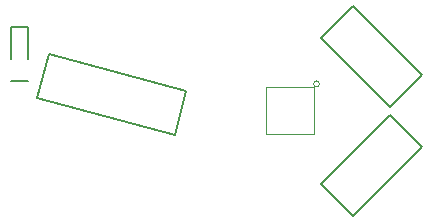
<source format=gbr>
G04 #@! TF.FileFunction,Legend,Bot*
%FSLAX46Y46*%
G04 Gerber Fmt 4.6, Leading zero omitted, Abs format (unit mm)*
G04 Created by KiCad (PCBNEW 4.0.5-e0-6337~49~ubuntu14.04.1) date Fri May  5 09:40:51 2017*
%MOMM*%
%LPD*%
G01*
G04 APERTURE LIST*
%ADD10C,0.100000*%
%ADD11C,0.150000*%
G04 APERTURE END LIST*
D10*
D11*
X178588541Y-99675874D02*
X179572053Y-96005356D01*
X179572053Y-96005356D02*
X191211459Y-99124126D01*
X191211459Y-99124126D02*
X190227947Y-102794644D01*
X190227947Y-102794644D02*
X178588541Y-99675874D01*
X211177996Y-97790990D02*
X208490990Y-100477996D01*
X208490990Y-100477996D02*
X202622004Y-94609010D01*
X202622004Y-94609010D02*
X205309010Y-91922004D01*
X205309010Y-91922004D02*
X211177996Y-97790990D01*
X205309010Y-109677996D02*
X202622004Y-106990990D01*
X202622004Y-106990990D02*
X208490990Y-101122004D01*
X208490990Y-101122004D02*
X211177996Y-103809010D01*
X211177996Y-103809010D02*
X205309010Y-109677996D01*
D10*
X202500000Y-98500000D02*
G75*
G03X202500000Y-98500000I-250000J0D01*
G01*
X202000000Y-102750000D02*
X202000000Y-98750000D01*
X198000000Y-102750000D02*
X202000000Y-102750000D01*
X198000000Y-98750000D02*
X198000000Y-102750000D01*
X202000000Y-98750000D02*
X198000000Y-98750000D01*
D11*
X176400000Y-98300000D02*
X177800000Y-98300000D01*
X176400000Y-96400000D02*
X176400000Y-93700000D01*
X176400000Y-93700000D02*
X177800000Y-93700000D01*
X177800000Y-93700000D02*
X177800000Y-96400000D01*
M02*

</source>
